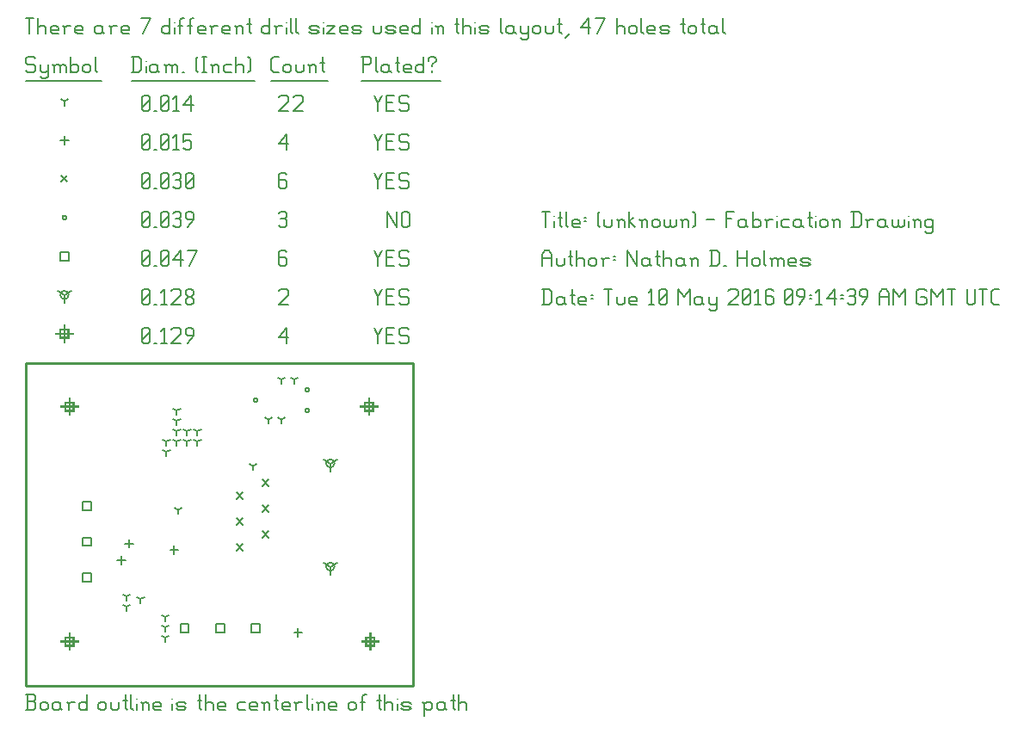
<source format=gbr>
G04 start of page 13 for group -3984 idx -3984 *
G04 Title: (unknown), fab *
G04 Creator: pcb 20140316 *
G04 CreationDate: Tue 10 May 2016 09:14:39 AM GMT UTC *
G04 For: ndholmes *
G04 Format: Gerber/RS-274X *
G04 PCB-Dimensions (mil): 1500.00 1250.00 *
G04 PCB-Coordinate-Origin: lower left *
%MOIN*%
%FSLAX25Y25*%
%LNFAB*%
%ADD98C,0.0100*%
%ADD97C,0.0075*%
%ADD96C,0.0060*%
%ADD95R,0.0080X0.0080*%
G54D95*X133000Y111200D02*Y104800D01*
X129800Y108000D02*X136200D01*
X131400Y109600D02*X134600D01*
X131400D02*Y106400D01*
X134600D01*
Y109600D02*Y106400D01*
X133500Y20200D02*Y13800D01*
X130300Y17000D02*X136700D01*
X131900Y18600D02*X135100D01*
X131900D02*Y15400D01*
X135100D01*
Y18600D02*Y15400D01*
X17000Y20200D02*Y13800D01*
X13800Y17000D02*X20200D01*
X15400Y18600D02*X18600D01*
X15400D02*Y15400D01*
X18600D01*
Y18600D02*Y15400D01*
X17000Y111200D02*Y104800D01*
X13800Y108000D02*X20200D01*
X15400Y109600D02*X18600D01*
X15400D02*Y106400D01*
X18600D01*
Y109600D02*Y106400D01*
X15000Y139450D02*Y133050D01*
X11800Y136250D02*X18200D01*
X13400Y137850D02*X16600D01*
X13400D02*Y134650D01*
X16600D01*
Y137850D02*Y134650D01*
G54D96*X135000Y138500D02*X136500Y135500D01*
X138000Y138500D01*
X136500Y135500D02*Y132500D01*
X139800Y135800D02*X142050D01*
X139800Y132500D02*X142800D01*
X139800Y138500D02*Y132500D01*
Y138500D02*X142800D01*
X147600D02*X148350Y137750D01*
X145350Y138500D02*X147600D01*
X144600Y137750D02*X145350Y138500D01*
X144600Y137750D02*Y136250D01*
X145350Y135500D01*
X147600D01*
X148350Y134750D01*
Y133250D01*
X147600Y132500D02*X148350Y133250D01*
X145350Y132500D02*X147600D01*
X144600Y133250D02*X145350Y132500D01*
X98000Y134750D02*X101000Y138500D01*
X98000Y134750D02*X101750D01*
X101000Y138500D02*Y132500D01*
X45000Y133250D02*X45750Y132500D01*
X45000Y137750D02*Y133250D01*
Y137750D02*X45750Y138500D01*
X47250D01*
X48000Y137750D01*
Y133250D01*
X47250Y132500D02*X48000Y133250D01*
X45750Y132500D02*X47250D01*
X45000Y134000D02*X48000Y137000D01*
X49800Y132500D02*X50550D01*
X52350Y137300D02*X53550Y138500D01*
Y132500D01*
X52350D02*X54600D01*
X56400Y137750D02*X57150Y138500D01*
X59400D01*
X60150Y137750D01*
Y136250D01*
X56400Y132500D02*X60150Y136250D01*
X56400Y132500D02*X60150D01*
X62700D02*X64950Y135500D01*
Y137750D02*Y135500D01*
X64200Y138500D02*X64950Y137750D01*
X62700Y138500D02*X64200D01*
X61950Y137750D02*X62700Y138500D01*
X61950Y137750D02*Y136250D01*
X62700Y135500D01*
X64950D01*
X118000Y46000D02*Y42800D01*
Y46000D02*X120773Y47600D01*
X118000Y46000D02*X115227Y47600D01*
X116400Y46000D02*G75*G03X119600Y46000I1600J0D01*G01*
G75*G03X116400Y46000I-1600J0D01*G01*
X118000Y86000D02*Y82800D01*
Y86000D02*X120773Y87600D01*
X118000Y86000D02*X115227Y87600D01*
X116400Y86000D02*G75*G03X119600Y86000I1600J0D01*G01*
G75*G03X116400Y86000I-1600J0D01*G01*
X15000Y151250D02*Y148050D01*
Y151250D02*X17773Y152850D01*
X15000Y151250D02*X12227Y152850D01*
X13400Y151250D02*G75*G03X16600Y151250I1600J0D01*G01*
G75*G03X13400Y151250I-1600J0D01*G01*
X135000Y153500D02*X136500Y150500D01*
X138000Y153500D01*
X136500Y150500D02*Y147500D01*
X139800Y150800D02*X142050D01*
X139800Y147500D02*X142800D01*
X139800Y153500D02*Y147500D01*
Y153500D02*X142800D01*
X147600D02*X148350Y152750D01*
X145350Y153500D02*X147600D01*
X144600Y152750D02*X145350Y153500D01*
X144600Y152750D02*Y151250D01*
X145350Y150500D01*
X147600D01*
X148350Y149750D01*
Y148250D01*
X147600Y147500D02*X148350Y148250D01*
X145350Y147500D02*X147600D01*
X144600Y148250D02*X145350Y147500D01*
X98000Y152750D02*X98750Y153500D01*
X101000D01*
X101750Y152750D01*
Y151250D01*
X98000Y147500D02*X101750Y151250D01*
X98000Y147500D02*X101750D01*
X45000Y148250D02*X45750Y147500D01*
X45000Y152750D02*Y148250D01*
Y152750D02*X45750Y153500D01*
X47250D01*
X48000Y152750D01*
Y148250D01*
X47250Y147500D02*X48000Y148250D01*
X45750Y147500D02*X47250D01*
X45000Y149000D02*X48000Y152000D01*
X49800Y147500D02*X50550D01*
X52350Y152300D02*X53550Y153500D01*
Y147500D01*
X52350D02*X54600D01*
X56400Y152750D02*X57150Y153500D01*
X59400D01*
X60150Y152750D01*
Y151250D01*
X56400Y147500D02*X60150Y151250D01*
X56400Y147500D02*X60150D01*
X61950Y148250D02*X62700Y147500D01*
X61950Y149450D02*Y148250D01*
Y149450D02*X63000Y150500D01*
X63900D01*
X64950Y149450D01*
Y148250D01*
X64200Y147500D02*X64950Y148250D01*
X62700Y147500D02*X64200D01*
X61950Y151550D02*X63000Y150500D01*
X61950Y152750D02*Y151550D01*
Y152750D02*X62700Y153500D01*
X64200D01*
X64950Y152750D01*
Y151550D01*
X63900Y150500D02*X64950Y151550D01*
X22073Y71045D02*X25273D01*
X22073D02*Y67845D01*
X25273D01*
Y71045D02*Y67845D01*
X22073Y57265D02*X25273D01*
X22073D02*Y54065D01*
X25273D01*
Y57265D02*Y54065D01*
X22073Y43486D02*X25273D01*
X22073D02*Y40286D01*
X25273D01*
Y43486D02*Y40286D01*
X59955Y23773D02*X63155D01*
X59955D02*Y20573D01*
X63155D01*
Y23773D02*Y20573D01*
X73735Y23773D02*X76935D01*
X73735D02*Y20573D01*
X76935D01*
Y23773D02*Y20573D01*
X87514Y23773D02*X90714D01*
X87514D02*Y20573D01*
X90714D01*
Y23773D02*Y20573D01*
X13400Y167850D02*X16600D01*
X13400D02*Y164650D01*
X16600D01*
Y167850D02*Y164650D01*
X135000Y168500D02*X136500Y165500D01*
X138000Y168500D01*
X136500Y165500D02*Y162500D01*
X139800Y165800D02*X142050D01*
X139800Y162500D02*X142800D01*
X139800Y168500D02*Y162500D01*
Y168500D02*X142800D01*
X147600D02*X148350Y167750D01*
X145350Y168500D02*X147600D01*
X144600Y167750D02*X145350Y168500D01*
X144600Y167750D02*Y166250D01*
X145350Y165500D01*
X147600D01*
X148350Y164750D01*
Y163250D01*
X147600Y162500D02*X148350Y163250D01*
X145350Y162500D02*X147600D01*
X144600Y163250D02*X145350Y162500D01*
X100250Y168500D02*X101000Y167750D01*
X98750Y168500D02*X100250D01*
X98000Y167750D02*X98750Y168500D01*
X98000Y167750D02*Y163250D01*
X98750Y162500D01*
X100250Y165800D02*X101000Y165050D01*
X98000Y165800D02*X100250D01*
X98750Y162500D02*X100250D01*
X101000Y163250D01*
Y165050D02*Y163250D01*
X45000D02*X45750Y162500D01*
X45000Y167750D02*Y163250D01*
Y167750D02*X45750Y168500D01*
X47250D01*
X48000Y167750D01*
Y163250D01*
X47250Y162500D02*X48000Y163250D01*
X45750Y162500D02*X47250D01*
X45000Y164000D02*X48000Y167000D01*
X49800Y162500D02*X50550D01*
X52350Y163250D02*X53100Y162500D01*
X52350Y167750D02*Y163250D01*
Y167750D02*X53100Y168500D01*
X54600D01*
X55350Y167750D01*
Y163250D01*
X54600Y162500D02*X55350Y163250D01*
X53100Y162500D02*X54600D01*
X52350Y164000D02*X55350Y167000D01*
X57150Y164750D02*X60150Y168500D01*
X57150Y164750D02*X60900D01*
X60150Y168500D02*Y162500D01*
X63450D02*X66450Y168500D01*
X62700D02*X66450D01*
X88200Y110500D02*G75*G03X89800Y110500I800J0D01*G01*
G75*G03X88200Y110500I-800J0D01*G01*
X108200Y114500D02*G75*G03X109800Y114500I800J0D01*G01*
G75*G03X108200Y114500I-800J0D01*G01*
Y106500D02*G75*G03X109800Y106500I800J0D01*G01*
G75*G03X108200Y106500I-800J0D01*G01*
X14200Y181250D02*G75*G03X15800Y181250I800J0D01*G01*
G75*G03X14200Y181250I-800J0D01*G01*
X140000Y183500D02*Y177500D01*
Y183500D02*X143750Y177500D01*
Y183500D02*Y177500D01*
X145550Y182750D02*Y178250D01*
Y182750D02*X146300Y183500D01*
X147800D01*
X148550Y182750D01*
Y178250D01*
X147800Y177500D02*X148550Y178250D01*
X146300Y177500D02*X147800D01*
X145550Y178250D02*X146300Y177500D01*
X98000Y182750D02*X98750Y183500D01*
X100250D01*
X101000Y182750D01*
X100250Y177500D02*X101000Y178250D01*
X98750Y177500D02*X100250D01*
X98000Y178250D02*X98750Y177500D01*
Y180800D02*X100250D01*
X101000Y182750D02*Y181550D01*
Y180050D02*Y178250D01*
Y180050D02*X100250Y180800D01*
X101000Y181550D02*X100250Y180800D01*
X45000Y178250D02*X45750Y177500D01*
X45000Y182750D02*Y178250D01*
Y182750D02*X45750Y183500D01*
X47250D01*
X48000Y182750D01*
Y178250D01*
X47250Y177500D02*X48000Y178250D01*
X45750Y177500D02*X47250D01*
X45000Y179000D02*X48000Y182000D01*
X49800Y177500D02*X50550D01*
X52350Y178250D02*X53100Y177500D01*
X52350Y182750D02*Y178250D01*
Y182750D02*X53100Y183500D01*
X54600D01*
X55350Y182750D01*
Y178250D01*
X54600Y177500D02*X55350Y178250D01*
X53100Y177500D02*X54600D01*
X52350Y179000D02*X55350Y182000D01*
X57150Y182750D02*X57900Y183500D01*
X59400D01*
X60150Y182750D01*
X59400Y177500D02*X60150Y178250D01*
X57900Y177500D02*X59400D01*
X57150Y178250D02*X57900Y177500D01*
Y180800D02*X59400D01*
X60150Y182750D02*Y181550D01*
Y180050D02*Y178250D01*
Y180050D02*X59400Y180800D01*
X60150Y181550D02*X59400Y180800D01*
X62700Y177500D02*X64950Y180500D01*
Y182750D02*Y180500D01*
X64200Y183500D02*X64950Y182750D01*
X62700Y183500D02*X64200D01*
X61950Y182750D02*X62700Y183500D01*
X61950Y182750D02*Y181250D01*
X62700Y180500D01*
X64950D01*
X81800Y54700D02*X84200Y52300D01*
X81800D02*X84200Y54700D01*
X91800Y59700D02*X94200Y57300D01*
X91800D02*X94200Y59700D01*
X81800Y64700D02*X84200Y62300D01*
X81800D02*X84200Y64700D01*
X91800Y69700D02*X94200Y67300D01*
X91800D02*X94200Y69700D01*
X81800Y74700D02*X84200Y72300D01*
X81800D02*X84200Y74700D01*
X91800Y79700D02*X94200Y77300D01*
X91800D02*X94200Y79700D01*
X13800Y197450D02*X16200Y195050D01*
X13800D02*X16200Y197450D01*
X135000Y198500D02*X136500Y195500D01*
X138000Y198500D01*
X136500Y195500D02*Y192500D01*
X139800Y195800D02*X142050D01*
X139800Y192500D02*X142800D01*
X139800Y198500D02*Y192500D01*
Y198500D02*X142800D01*
X147600D02*X148350Y197750D01*
X145350Y198500D02*X147600D01*
X144600Y197750D02*X145350Y198500D01*
X144600Y197750D02*Y196250D01*
X145350Y195500D01*
X147600D01*
X148350Y194750D01*
Y193250D01*
X147600Y192500D02*X148350Y193250D01*
X145350Y192500D02*X147600D01*
X144600Y193250D02*X145350Y192500D01*
X100250Y198500D02*X101000Y197750D01*
X98750Y198500D02*X100250D01*
X98000Y197750D02*X98750Y198500D01*
X98000Y197750D02*Y193250D01*
X98750Y192500D01*
X100250Y195800D02*X101000Y195050D01*
X98000Y195800D02*X100250D01*
X98750Y192500D02*X100250D01*
X101000Y193250D01*
Y195050D02*Y193250D01*
X45000D02*X45750Y192500D01*
X45000Y197750D02*Y193250D01*
Y197750D02*X45750Y198500D01*
X47250D01*
X48000Y197750D01*
Y193250D01*
X47250Y192500D02*X48000Y193250D01*
X45750Y192500D02*X47250D01*
X45000Y194000D02*X48000Y197000D01*
X49800Y192500D02*X50550D01*
X52350Y193250D02*X53100Y192500D01*
X52350Y197750D02*Y193250D01*
Y197750D02*X53100Y198500D01*
X54600D01*
X55350Y197750D01*
Y193250D01*
X54600Y192500D02*X55350Y193250D01*
X53100Y192500D02*X54600D01*
X52350Y194000D02*X55350Y197000D01*
X57150Y197750D02*X57900Y198500D01*
X59400D01*
X60150Y197750D01*
X59400Y192500D02*X60150Y193250D01*
X57900Y192500D02*X59400D01*
X57150Y193250D02*X57900Y192500D01*
Y195800D02*X59400D01*
X60150Y197750D02*Y196550D01*
Y195050D02*Y193250D01*
Y195050D02*X59400Y195800D01*
X60150Y196550D02*X59400Y195800D01*
X61950Y193250D02*X62700Y192500D01*
X61950Y197750D02*Y193250D01*
Y197750D02*X62700Y198500D01*
X64200D01*
X64950Y197750D01*
Y193250D01*
X64200Y192500D02*X64950Y193250D01*
X62700Y192500D02*X64200D01*
X61950Y194000D02*X64950Y197000D01*
X37000Y50100D02*Y46900D01*
X35400Y48500D02*X38600D01*
X40000Y56600D02*Y53400D01*
X38400Y55000D02*X41600D01*
X57500Y54100D02*Y50900D01*
X55900Y52500D02*X59100D01*
X105500Y22100D02*Y18900D01*
X103900Y20500D02*X107100D01*
X15000Y212850D02*Y209650D01*
X13400Y211250D02*X16600D01*
X135000Y213500D02*X136500Y210500D01*
X138000Y213500D01*
X136500Y210500D02*Y207500D01*
X139800Y210800D02*X142050D01*
X139800Y207500D02*X142800D01*
X139800Y213500D02*Y207500D01*
Y213500D02*X142800D01*
X147600D02*X148350Y212750D01*
X145350Y213500D02*X147600D01*
X144600Y212750D02*X145350Y213500D01*
X144600Y212750D02*Y211250D01*
X145350Y210500D01*
X147600D01*
X148350Y209750D01*
Y208250D01*
X147600Y207500D02*X148350Y208250D01*
X145350Y207500D02*X147600D01*
X144600Y208250D02*X145350Y207500D01*
X98000Y209750D02*X101000Y213500D01*
X98000Y209750D02*X101750D01*
X101000Y213500D02*Y207500D01*
X45000Y208250D02*X45750Y207500D01*
X45000Y212750D02*Y208250D01*
Y212750D02*X45750Y213500D01*
X47250D01*
X48000Y212750D01*
Y208250D01*
X47250Y207500D02*X48000Y208250D01*
X45750Y207500D02*X47250D01*
X45000Y209000D02*X48000Y212000D01*
X49800Y207500D02*X50550D01*
X52350Y208250D02*X53100Y207500D01*
X52350Y212750D02*Y208250D01*
Y212750D02*X53100Y213500D01*
X54600D01*
X55350Y212750D01*
Y208250D01*
X54600Y207500D02*X55350Y208250D01*
X53100Y207500D02*X54600D01*
X52350Y209000D02*X55350Y212000D01*
X57150Y212300D02*X58350Y213500D01*
Y207500D01*
X57150D02*X59400D01*
X61200Y213500D02*X64200D01*
X61200D02*Y210500D01*
X61950Y211250D01*
X63450D01*
X64200Y210500D01*
Y208250D01*
X63450Y207500D02*X64200Y208250D01*
X61950Y207500D02*X63450D01*
X61200Y208250D02*X61950Y207500D01*
X104000Y118500D02*Y116900D01*
Y118500D02*X105387Y119300D01*
X104000Y118500D02*X102613Y119300D01*
X54000Y18500D02*Y16900D01*
Y18500D02*X55387Y19300D01*
X54000Y18500D02*X52613Y19300D01*
X99000Y103000D02*Y101400D01*
Y103000D02*X100387Y103800D01*
X99000Y103000D02*X97613Y103800D01*
X58500Y106500D02*Y104900D01*
Y106500D02*X59887Y107300D01*
X58500Y106500D02*X57113Y107300D01*
X58500Y102500D02*Y100900D01*
Y102500D02*X59887Y103300D01*
X58500Y102500D02*X57113Y103300D01*
X58500Y98500D02*Y96900D01*
Y98500D02*X59887Y99300D01*
X58500Y98500D02*X57113Y99300D01*
X62500Y98500D02*Y96900D01*
Y98500D02*X63887Y99300D01*
X62500Y98500D02*X61113Y99300D01*
X66500Y98500D02*Y96900D01*
Y98500D02*X67887Y99300D01*
X66500Y98500D02*X65113Y99300D01*
X66500Y94500D02*Y92900D01*
Y94500D02*X67887Y95300D01*
X66500Y94500D02*X65113Y95300D01*
X62500Y94500D02*Y92900D01*
Y94500D02*X63887Y95300D01*
X62500Y94500D02*X61113Y95300D01*
X58500Y94500D02*Y92900D01*
Y94500D02*X59887Y95300D01*
X58500Y94500D02*X57113Y95300D01*
X54500Y94500D02*Y92900D01*
Y94500D02*X55887Y95300D01*
X54500Y94500D02*X53113Y95300D01*
X54500Y90500D02*Y88900D01*
Y90500D02*X55887Y91300D01*
X54500Y90500D02*X53113Y91300D01*
X94000Y103000D02*Y101400D01*
Y103000D02*X95387Y103800D01*
X94000Y103000D02*X92613Y103800D01*
X99000Y118500D02*Y116900D01*
Y118500D02*X100387Y119300D01*
X99000Y118500D02*X97613Y119300D01*
X88000Y85000D02*Y83400D01*
Y85000D02*X89387Y85800D01*
X88000Y85000D02*X86613Y85800D01*
X39000Y34500D02*Y32900D01*
Y34500D02*X40387Y35300D01*
X39000Y34500D02*X37613Y35300D01*
X54000Y22500D02*Y20900D01*
Y22500D02*X55387Y23300D01*
X54000Y22500D02*X52613Y23300D01*
X54000Y26500D02*Y24900D01*
Y26500D02*X55387Y27300D01*
X54000Y26500D02*X52613Y27300D01*
X44500Y33500D02*Y31900D01*
Y33500D02*X45887Y34300D01*
X44500Y33500D02*X43113Y34300D01*
X59000Y68000D02*Y66400D01*
Y68000D02*X60387Y68800D01*
X59000Y68000D02*X57613Y68800D01*
X39000Y30500D02*Y28900D01*
Y30500D02*X40387Y31300D01*
X39000Y30500D02*X37613Y31300D01*
X15000Y226250D02*Y224650D01*
Y226250D02*X16387Y227050D01*
X15000Y226250D02*X13613Y227050D01*
X135000Y228500D02*X136500Y225500D01*
X138000Y228500D01*
X136500Y225500D02*Y222500D01*
X139800Y225800D02*X142050D01*
X139800Y222500D02*X142800D01*
X139800Y228500D02*Y222500D01*
Y228500D02*X142800D01*
X147600D02*X148350Y227750D01*
X145350Y228500D02*X147600D01*
X144600Y227750D02*X145350Y228500D01*
X144600Y227750D02*Y226250D01*
X145350Y225500D01*
X147600D01*
X148350Y224750D01*
Y223250D01*
X147600Y222500D02*X148350Y223250D01*
X145350Y222500D02*X147600D01*
X144600Y223250D02*X145350Y222500D01*
X98000Y227750D02*X98750Y228500D01*
X101000D01*
X101750Y227750D01*
Y226250D01*
X98000Y222500D02*X101750Y226250D01*
X98000Y222500D02*X101750D01*
X103550Y227750D02*X104300Y228500D01*
X106550D01*
X107300Y227750D01*
Y226250D01*
X103550Y222500D02*X107300Y226250D01*
X103550Y222500D02*X107300D01*
X45000Y223250D02*X45750Y222500D01*
X45000Y227750D02*Y223250D01*
Y227750D02*X45750Y228500D01*
X47250D01*
X48000Y227750D01*
Y223250D01*
X47250Y222500D02*X48000Y223250D01*
X45750Y222500D02*X47250D01*
X45000Y224000D02*X48000Y227000D01*
X49800Y222500D02*X50550D01*
X52350Y223250D02*X53100Y222500D01*
X52350Y227750D02*Y223250D01*
Y227750D02*X53100Y228500D01*
X54600D01*
X55350Y227750D01*
Y223250D01*
X54600Y222500D02*X55350Y223250D01*
X53100Y222500D02*X54600D01*
X52350Y224000D02*X55350Y227000D01*
X57150Y227300D02*X58350Y228500D01*
Y222500D01*
X57150D02*X59400D01*
X61200Y224750D02*X64200Y228500D01*
X61200Y224750D02*X64950D01*
X64200Y228500D02*Y222500D01*
X3000Y243500D02*X3750Y242750D01*
X750Y243500D02*X3000D01*
X0Y242750D02*X750Y243500D01*
X0Y242750D02*Y241250D01*
X750Y240500D01*
X3000D01*
X3750Y239750D01*
Y238250D01*
X3000Y237500D02*X3750Y238250D01*
X750Y237500D02*X3000D01*
X0Y238250D02*X750Y237500D01*
X5550Y240500D02*Y238250D01*
X6300Y237500D01*
X8550Y240500D02*Y236000D01*
X7800Y235250D02*X8550Y236000D01*
X6300Y235250D02*X7800D01*
X5550Y236000D02*X6300Y235250D01*
Y237500D02*X7800D01*
X8550Y238250D01*
X11100Y239750D02*Y237500D01*
Y239750D02*X11850Y240500D01*
X12600D01*
X13350Y239750D01*
Y237500D01*
Y239750D02*X14100Y240500D01*
X14850D01*
X15600Y239750D01*
Y237500D01*
X10350Y240500D02*X11100Y239750D01*
X17400Y243500D02*Y237500D01*
Y238250D02*X18150Y237500D01*
X19650D01*
X20400Y238250D01*
Y239750D02*Y238250D01*
X19650Y240500D02*X20400Y239750D01*
X18150Y240500D02*X19650D01*
X17400Y239750D02*X18150Y240500D01*
X22200Y239750D02*Y238250D01*
Y239750D02*X22950Y240500D01*
X24450D01*
X25200Y239750D01*
Y238250D01*
X24450Y237500D02*X25200Y238250D01*
X22950Y237500D02*X24450D01*
X22200Y238250D02*X22950Y237500D01*
X27000Y243500D02*Y238250D01*
X27750Y237500D01*
X0Y234250D02*X29250D01*
X41750Y243500D02*Y237500D01*
X43700Y243500D02*X44750Y242450D01*
Y238550D01*
X43700Y237500D02*X44750Y238550D01*
X41000Y237500D02*X43700D01*
X41000Y243500D02*X43700D01*
G54D97*X46550Y242000D02*Y241850D01*
G54D96*Y239750D02*Y237500D01*
X50300Y240500D02*X51050Y239750D01*
X48800Y240500D02*X50300D01*
X48050Y239750D02*X48800Y240500D01*
X48050Y239750D02*Y238250D01*
X48800Y237500D01*
X51050Y240500D02*Y238250D01*
X51800Y237500D01*
X48800D02*X50300D01*
X51050Y238250D01*
X54350Y239750D02*Y237500D01*
Y239750D02*X55100Y240500D01*
X55850D01*
X56600Y239750D01*
Y237500D01*
Y239750D02*X57350Y240500D01*
X58100D01*
X58850Y239750D01*
Y237500D01*
X53600Y240500D02*X54350Y239750D01*
X60650Y237500D02*X61400D01*
X65900Y238250D02*X66650Y237500D01*
X65900Y242750D02*X66650Y243500D01*
X65900Y242750D02*Y238250D01*
X68450Y243500D02*X69950D01*
X69200D02*Y237500D01*
X68450D02*X69950D01*
X72500Y239750D02*Y237500D01*
Y239750D02*X73250Y240500D01*
X74000D01*
X74750Y239750D01*
Y237500D01*
X71750Y240500D02*X72500Y239750D01*
X77300Y240500D02*X79550D01*
X76550Y239750D02*X77300Y240500D01*
X76550Y239750D02*Y238250D01*
X77300Y237500D01*
X79550D01*
X81350Y243500D02*Y237500D01*
Y239750D02*X82100Y240500D01*
X83600D01*
X84350Y239750D01*
Y237500D01*
X86150Y243500D02*X86900Y242750D01*
Y238250D01*
X86150Y237500D02*X86900Y238250D01*
X41000Y234250D02*X88700D01*
X96050Y237500D02*X98000D01*
X95000Y238550D02*X96050Y237500D01*
X95000Y242450D02*Y238550D01*
Y242450D02*X96050Y243500D01*
X98000D01*
X99800Y239750D02*Y238250D01*
Y239750D02*X100550Y240500D01*
X102050D01*
X102800Y239750D01*
Y238250D01*
X102050Y237500D02*X102800Y238250D01*
X100550Y237500D02*X102050D01*
X99800Y238250D02*X100550Y237500D01*
X104600Y240500D02*Y238250D01*
X105350Y237500D01*
X106850D01*
X107600Y238250D01*
Y240500D02*Y238250D01*
X110150Y239750D02*Y237500D01*
Y239750D02*X110900Y240500D01*
X111650D01*
X112400Y239750D01*
Y237500D01*
X109400Y240500D02*X110150Y239750D01*
X114950Y243500D02*Y238250D01*
X115700Y237500D01*
X114200Y241250D02*X115700D01*
X95000Y234250D02*X117200D01*
X130750Y243500D02*Y237500D01*
X130000Y243500D02*X133000D01*
X133750Y242750D01*
Y241250D01*
X133000Y240500D02*X133750Y241250D01*
X130750Y240500D02*X133000D01*
X135550Y243500D02*Y238250D01*
X136300Y237500D01*
X140050Y240500D02*X140800Y239750D01*
X138550Y240500D02*X140050D01*
X137800Y239750D02*X138550Y240500D01*
X137800Y239750D02*Y238250D01*
X138550Y237500D01*
X140800Y240500D02*Y238250D01*
X141550Y237500D01*
X138550D02*X140050D01*
X140800Y238250D01*
X144100Y243500D02*Y238250D01*
X144850Y237500D01*
X143350Y241250D02*X144850D01*
X147100Y237500D02*X149350D01*
X146350Y238250D02*X147100Y237500D01*
X146350Y239750D02*Y238250D01*
Y239750D02*X147100Y240500D01*
X148600D01*
X149350Y239750D01*
X146350Y239000D02*X149350D01*
Y239750D02*Y239000D01*
X154150Y243500D02*Y237500D01*
X153400D02*X154150Y238250D01*
X151900Y237500D02*X153400D01*
X151150Y238250D02*X151900Y237500D01*
X151150Y239750D02*Y238250D01*
Y239750D02*X151900Y240500D01*
X153400D01*
X154150Y239750D01*
X157450Y240500D02*Y239750D01*
Y238250D02*Y237500D01*
X155950Y242750D02*Y242000D01*
Y242750D02*X156700Y243500D01*
X158200D01*
X158950Y242750D01*
Y242000D01*
X157450Y240500D02*X158950Y242000D01*
X130000Y234250D02*X160750D01*
X0Y258500D02*X3000D01*
X1500D02*Y252500D01*
X4800Y258500D02*Y252500D01*
Y254750D02*X5550Y255500D01*
X7050D01*
X7800Y254750D01*
Y252500D01*
X10350D02*X12600D01*
X9600Y253250D02*X10350Y252500D01*
X9600Y254750D02*Y253250D01*
Y254750D02*X10350Y255500D01*
X11850D01*
X12600Y254750D01*
X9600Y254000D02*X12600D01*
Y254750D02*Y254000D01*
X15150Y254750D02*Y252500D01*
Y254750D02*X15900Y255500D01*
X17400D01*
X14400D02*X15150Y254750D01*
X19950Y252500D02*X22200D01*
X19200Y253250D02*X19950Y252500D01*
X19200Y254750D02*Y253250D01*
Y254750D02*X19950Y255500D01*
X21450D01*
X22200Y254750D01*
X19200Y254000D02*X22200D01*
Y254750D02*Y254000D01*
X28950Y255500D02*X29700Y254750D01*
X27450Y255500D02*X28950D01*
X26700Y254750D02*X27450Y255500D01*
X26700Y254750D02*Y253250D01*
X27450Y252500D01*
X29700Y255500D02*Y253250D01*
X30450Y252500D01*
X27450D02*X28950D01*
X29700Y253250D01*
X33000Y254750D02*Y252500D01*
Y254750D02*X33750Y255500D01*
X35250D01*
X32250D02*X33000Y254750D01*
X37800Y252500D02*X40050D01*
X37050Y253250D02*X37800Y252500D01*
X37050Y254750D02*Y253250D01*
Y254750D02*X37800Y255500D01*
X39300D01*
X40050Y254750D01*
X37050Y254000D02*X40050D01*
Y254750D02*Y254000D01*
X45300Y252500D02*X48300Y258500D01*
X44550D02*X48300D01*
X55800D02*Y252500D01*
X55050D02*X55800Y253250D01*
X53550Y252500D02*X55050D01*
X52800Y253250D02*X53550Y252500D01*
X52800Y254750D02*Y253250D01*
Y254750D02*X53550Y255500D01*
X55050D01*
X55800Y254750D01*
G54D97*X57600Y257000D02*Y256850D01*
G54D96*Y254750D02*Y252500D01*
X59850Y257750D02*Y252500D01*
Y257750D02*X60600Y258500D01*
X61350D01*
X59100Y255500D02*X60600D01*
X63600Y257750D02*Y252500D01*
Y257750D02*X64350Y258500D01*
X65100D01*
X62850Y255500D02*X64350D01*
X67350Y252500D02*X69600D01*
X66600Y253250D02*X67350Y252500D01*
X66600Y254750D02*Y253250D01*
Y254750D02*X67350Y255500D01*
X68850D01*
X69600Y254750D01*
X66600Y254000D02*X69600D01*
Y254750D02*Y254000D01*
X72150Y254750D02*Y252500D01*
Y254750D02*X72900Y255500D01*
X74400D01*
X71400D02*X72150Y254750D01*
X76950Y252500D02*X79200D01*
X76200Y253250D02*X76950Y252500D01*
X76200Y254750D02*Y253250D01*
Y254750D02*X76950Y255500D01*
X78450D01*
X79200Y254750D01*
X76200Y254000D02*X79200D01*
Y254750D02*Y254000D01*
X81750Y254750D02*Y252500D01*
Y254750D02*X82500Y255500D01*
X83250D01*
X84000Y254750D01*
Y252500D01*
X81000Y255500D02*X81750Y254750D01*
X86550Y258500D02*Y253250D01*
X87300Y252500D01*
X85800Y256250D02*X87300D01*
X94500Y258500D02*Y252500D01*
X93750D02*X94500Y253250D01*
X92250Y252500D02*X93750D01*
X91500Y253250D02*X92250Y252500D01*
X91500Y254750D02*Y253250D01*
Y254750D02*X92250Y255500D01*
X93750D01*
X94500Y254750D01*
X97050D02*Y252500D01*
Y254750D02*X97800Y255500D01*
X99300D01*
X96300D02*X97050Y254750D01*
G54D97*X101100Y257000D02*Y256850D01*
G54D96*Y254750D02*Y252500D01*
X102600Y258500D02*Y253250D01*
X103350Y252500D01*
X104850Y258500D02*Y253250D01*
X105600Y252500D01*
X110550D02*X112800D01*
X113550Y253250D01*
X112800Y254000D02*X113550Y253250D01*
X110550Y254000D02*X112800D01*
X109800Y254750D02*X110550Y254000D01*
X109800Y254750D02*X110550Y255500D01*
X112800D01*
X113550Y254750D01*
X109800Y253250D02*X110550Y252500D01*
G54D97*X115350Y257000D02*Y256850D01*
G54D96*Y254750D02*Y252500D01*
X116850Y255500D02*X119850D01*
X116850Y252500D02*X119850Y255500D01*
X116850Y252500D02*X119850D01*
X122400D02*X124650D01*
X121650Y253250D02*X122400Y252500D01*
X121650Y254750D02*Y253250D01*
Y254750D02*X122400Y255500D01*
X123900D01*
X124650Y254750D01*
X121650Y254000D02*X124650D01*
Y254750D02*Y254000D01*
X127200Y252500D02*X129450D01*
X130200Y253250D01*
X129450Y254000D02*X130200Y253250D01*
X127200Y254000D02*X129450D01*
X126450Y254750D02*X127200Y254000D01*
X126450Y254750D02*X127200Y255500D01*
X129450D01*
X130200Y254750D01*
X126450Y253250D02*X127200Y252500D01*
X134700Y255500D02*Y253250D01*
X135450Y252500D01*
X136950D01*
X137700Y253250D01*
Y255500D02*Y253250D01*
X140250Y252500D02*X142500D01*
X143250Y253250D01*
X142500Y254000D02*X143250Y253250D01*
X140250Y254000D02*X142500D01*
X139500Y254750D02*X140250Y254000D01*
X139500Y254750D02*X140250Y255500D01*
X142500D01*
X143250Y254750D01*
X139500Y253250D02*X140250Y252500D01*
X145800D02*X148050D01*
X145050Y253250D02*X145800Y252500D01*
X145050Y254750D02*Y253250D01*
Y254750D02*X145800Y255500D01*
X147300D01*
X148050Y254750D01*
X145050Y254000D02*X148050D01*
Y254750D02*Y254000D01*
X152850Y258500D02*Y252500D01*
X152100D02*X152850Y253250D01*
X150600Y252500D02*X152100D01*
X149850Y253250D02*X150600Y252500D01*
X149850Y254750D02*Y253250D01*
Y254750D02*X150600Y255500D01*
X152100D01*
X152850Y254750D01*
G54D97*X157350Y257000D02*Y256850D01*
G54D96*Y254750D02*Y252500D01*
X159600Y254750D02*Y252500D01*
Y254750D02*X160350Y255500D01*
X161100D01*
X161850Y254750D01*
Y252500D01*
X158850Y255500D02*X159600Y254750D01*
X167100Y258500D02*Y253250D01*
X167850Y252500D01*
X166350Y256250D02*X167850D01*
X169350Y258500D02*Y252500D01*
Y254750D02*X170100Y255500D01*
X171600D01*
X172350Y254750D01*
Y252500D01*
G54D97*X174150Y257000D02*Y256850D01*
G54D96*Y254750D02*Y252500D01*
X176400D02*X178650D01*
X179400Y253250D01*
X178650Y254000D02*X179400Y253250D01*
X176400Y254000D02*X178650D01*
X175650Y254750D02*X176400Y254000D01*
X175650Y254750D02*X176400Y255500D01*
X178650D01*
X179400Y254750D01*
X175650Y253250D02*X176400Y252500D01*
X183900Y258500D02*Y253250D01*
X184650Y252500D01*
X188400Y255500D02*X189150Y254750D01*
X186900Y255500D02*X188400D01*
X186150Y254750D02*X186900Y255500D01*
X186150Y254750D02*Y253250D01*
X186900Y252500D01*
X189150Y255500D02*Y253250D01*
X189900Y252500D01*
X186900D02*X188400D01*
X189150Y253250D01*
X191700Y255500D02*Y253250D01*
X192450Y252500D01*
X194700Y255500D02*Y251000D01*
X193950Y250250D02*X194700Y251000D01*
X192450Y250250D02*X193950D01*
X191700Y251000D02*X192450Y250250D01*
Y252500D02*X193950D01*
X194700Y253250D01*
X196500Y254750D02*Y253250D01*
Y254750D02*X197250Y255500D01*
X198750D01*
X199500Y254750D01*
Y253250D01*
X198750Y252500D02*X199500Y253250D01*
X197250Y252500D02*X198750D01*
X196500Y253250D02*X197250Y252500D01*
X201300Y255500D02*Y253250D01*
X202050Y252500D01*
X203550D01*
X204300Y253250D01*
Y255500D02*Y253250D01*
X206850Y258500D02*Y253250D01*
X207600Y252500D01*
X206100Y256250D02*X207600D01*
X209100Y251000D02*X210600Y252500D01*
X215100Y254750D02*X218100Y258500D01*
X215100Y254750D02*X218850D01*
X218100Y258500D02*Y252500D01*
X221400D02*X224400Y258500D01*
X220650D02*X224400D01*
X228900D02*Y252500D01*
Y254750D02*X229650Y255500D01*
X231150D01*
X231900Y254750D01*
Y252500D01*
X233700Y254750D02*Y253250D01*
Y254750D02*X234450Y255500D01*
X235950D01*
X236700Y254750D01*
Y253250D01*
X235950Y252500D02*X236700Y253250D01*
X234450Y252500D02*X235950D01*
X233700Y253250D02*X234450Y252500D01*
X238500Y258500D02*Y253250D01*
X239250Y252500D01*
X241500D02*X243750D01*
X240750Y253250D02*X241500Y252500D01*
X240750Y254750D02*Y253250D01*
Y254750D02*X241500Y255500D01*
X243000D01*
X243750Y254750D01*
X240750Y254000D02*X243750D01*
Y254750D02*Y254000D01*
X246300Y252500D02*X248550D01*
X249300Y253250D01*
X248550Y254000D02*X249300Y253250D01*
X246300Y254000D02*X248550D01*
X245550Y254750D02*X246300Y254000D01*
X245550Y254750D02*X246300Y255500D01*
X248550D01*
X249300Y254750D01*
X245550Y253250D02*X246300Y252500D01*
X254550Y258500D02*Y253250D01*
X255300Y252500D01*
X253800Y256250D02*X255300D01*
X256800Y254750D02*Y253250D01*
Y254750D02*X257550Y255500D01*
X259050D01*
X259800Y254750D01*
Y253250D01*
X259050Y252500D02*X259800Y253250D01*
X257550Y252500D02*X259050D01*
X256800Y253250D02*X257550Y252500D01*
X262350Y258500D02*Y253250D01*
X263100Y252500D01*
X261600Y256250D02*X263100D01*
X266850Y255500D02*X267600Y254750D01*
X265350Y255500D02*X266850D01*
X264600Y254750D02*X265350Y255500D01*
X264600Y254750D02*Y253250D01*
X265350Y252500D01*
X267600Y255500D02*Y253250D01*
X268350Y252500D01*
X265350D02*X266850D01*
X267600Y253250D01*
X270150Y258500D02*Y253250D01*
X270900Y252500D01*
G54D98*X0Y0D02*X150000D01*
Y125000D01*
X0D01*
Y0D01*
G54D96*Y-9500D02*X3000D01*
X3750Y-8750D01*
Y-6950D02*Y-8750D01*
X3000Y-6200D02*X3750Y-6950D01*
X750Y-6200D02*X3000D01*
X750Y-3500D02*Y-9500D01*
X0Y-3500D02*X3000D01*
X3750Y-4250D01*
Y-5450D01*
X3000Y-6200D02*X3750Y-5450D01*
X5550Y-7250D02*Y-8750D01*
Y-7250D02*X6300Y-6500D01*
X7800D01*
X8550Y-7250D01*
Y-8750D01*
X7800Y-9500D02*X8550Y-8750D01*
X6300Y-9500D02*X7800D01*
X5550Y-8750D02*X6300Y-9500D01*
X12600Y-6500D02*X13350Y-7250D01*
X11100Y-6500D02*X12600D01*
X10350Y-7250D02*X11100Y-6500D01*
X10350Y-7250D02*Y-8750D01*
X11100Y-9500D01*
X13350Y-6500D02*Y-8750D01*
X14100Y-9500D01*
X11100D02*X12600D01*
X13350Y-8750D01*
X16650Y-7250D02*Y-9500D01*
Y-7250D02*X17400Y-6500D01*
X18900D01*
X15900D02*X16650Y-7250D01*
X23700Y-3500D02*Y-9500D01*
X22950D02*X23700Y-8750D01*
X21450Y-9500D02*X22950D01*
X20700Y-8750D02*X21450Y-9500D01*
X20700Y-7250D02*Y-8750D01*
Y-7250D02*X21450Y-6500D01*
X22950D01*
X23700Y-7250D01*
X28200D02*Y-8750D01*
Y-7250D02*X28950Y-6500D01*
X30450D01*
X31200Y-7250D01*
Y-8750D01*
X30450Y-9500D02*X31200Y-8750D01*
X28950Y-9500D02*X30450D01*
X28200Y-8750D02*X28950Y-9500D01*
X33000Y-6500D02*Y-8750D01*
X33750Y-9500D01*
X35250D01*
X36000Y-8750D01*
Y-6500D02*Y-8750D01*
X38550Y-3500D02*Y-8750D01*
X39300Y-9500D01*
X37800Y-5750D02*X39300D01*
X40800Y-3500D02*Y-8750D01*
X41550Y-9500D01*
G54D97*X43050Y-5000D02*Y-5150D01*
G54D96*Y-7250D02*Y-9500D01*
X45300Y-7250D02*Y-9500D01*
Y-7250D02*X46050Y-6500D01*
X46800D01*
X47550Y-7250D01*
Y-9500D01*
X44550Y-6500D02*X45300Y-7250D01*
X50100Y-9500D02*X52350D01*
X49350Y-8750D02*X50100Y-9500D01*
X49350Y-7250D02*Y-8750D01*
Y-7250D02*X50100Y-6500D01*
X51600D01*
X52350Y-7250D01*
X49350Y-8000D02*X52350D01*
Y-7250D02*Y-8000D01*
G54D97*X56850Y-5000D02*Y-5150D01*
G54D96*Y-7250D02*Y-9500D01*
X59100D02*X61350D01*
X62100Y-8750D01*
X61350Y-8000D02*X62100Y-8750D01*
X59100Y-8000D02*X61350D01*
X58350Y-7250D02*X59100Y-8000D01*
X58350Y-7250D02*X59100Y-6500D01*
X61350D01*
X62100Y-7250D01*
X58350Y-8750D02*X59100Y-9500D01*
X67350Y-3500D02*Y-8750D01*
X68100Y-9500D01*
X66600Y-5750D02*X68100D01*
X69600Y-3500D02*Y-9500D01*
Y-7250D02*X70350Y-6500D01*
X71850D01*
X72600Y-7250D01*
Y-9500D01*
X75150D02*X77400D01*
X74400Y-8750D02*X75150Y-9500D01*
X74400Y-7250D02*Y-8750D01*
Y-7250D02*X75150Y-6500D01*
X76650D01*
X77400Y-7250D01*
X74400Y-8000D02*X77400D01*
Y-7250D02*Y-8000D01*
X82650Y-6500D02*X84900D01*
X81900Y-7250D02*X82650Y-6500D01*
X81900Y-7250D02*Y-8750D01*
X82650Y-9500D01*
X84900D01*
X87450D02*X89700D01*
X86700Y-8750D02*X87450Y-9500D01*
X86700Y-7250D02*Y-8750D01*
Y-7250D02*X87450Y-6500D01*
X88950D01*
X89700Y-7250D01*
X86700Y-8000D02*X89700D01*
Y-7250D02*Y-8000D01*
X92250Y-7250D02*Y-9500D01*
Y-7250D02*X93000Y-6500D01*
X93750D01*
X94500Y-7250D01*
Y-9500D01*
X91500Y-6500D02*X92250Y-7250D01*
X97050Y-3500D02*Y-8750D01*
X97800Y-9500D01*
X96300Y-5750D02*X97800D01*
X100050Y-9500D02*X102300D01*
X99300Y-8750D02*X100050Y-9500D01*
X99300Y-7250D02*Y-8750D01*
Y-7250D02*X100050Y-6500D01*
X101550D01*
X102300Y-7250D01*
X99300Y-8000D02*X102300D01*
Y-7250D02*Y-8000D01*
X104850Y-7250D02*Y-9500D01*
Y-7250D02*X105600Y-6500D01*
X107100D01*
X104100D02*X104850Y-7250D01*
X108900Y-3500D02*Y-8750D01*
X109650Y-9500D01*
G54D97*X111150Y-5000D02*Y-5150D01*
G54D96*Y-7250D02*Y-9500D01*
X113400Y-7250D02*Y-9500D01*
Y-7250D02*X114150Y-6500D01*
X114900D01*
X115650Y-7250D01*
Y-9500D01*
X112650Y-6500D02*X113400Y-7250D01*
X118200Y-9500D02*X120450D01*
X117450Y-8750D02*X118200Y-9500D01*
X117450Y-7250D02*Y-8750D01*
Y-7250D02*X118200Y-6500D01*
X119700D01*
X120450Y-7250D01*
X117450Y-8000D02*X120450D01*
Y-7250D02*Y-8000D01*
X124950Y-7250D02*Y-8750D01*
Y-7250D02*X125700Y-6500D01*
X127200D01*
X127950Y-7250D01*
Y-8750D01*
X127200Y-9500D02*X127950Y-8750D01*
X125700Y-9500D02*X127200D01*
X124950Y-8750D02*X125700Y-9500D01*
X130500Y-4250D02*Y-9500D01*
Y-4250D02*X131250Y-3500D01*
X132000D01*
X129750Y-6500D02*X131250D01*
X136950Y-3500D02*Y-8750D01*
X137700Y-9500D01*
X136200Y-5750D02*X137700D01*
X139200Y-3500D02*Y-9500D01*
Y-7250D02*X139950Y-6500D01*
X141450D01*
X142200Y-7250D01*
Y-9500D01*
G54D97*X144000Y-5000D02*Y-5150D01*
G54D96*Y-7250D02*Y-9500D01*
X146250D02*X148500D01*
X149250Y-8750D01*
X148500Y-8000D02*X149250Y-8750D01*
X146250Y-8000D02*X148500D01*
X145500Y-7250D02*X146250Y-8000D01*
X145500Y-7250D02*X146250Y-6500D01*
X148500D01*
X149250Y-7250D01*
X145500Y-8750D02*X146250Y-9500D01*
X154500Y-7250D02*Y-11750D01*
X153750Y-6500D02*X154500Y-7250D01*
X155250Y-6500D01*
X156750D01*
X157500Y-7250D01*
Y-8750D01*
X156750Y-9500D02*X157500Y-8750D01*
X155250Y-9500D02*X156750D01*
X154500Y-8750D02*X155250Y-9500D01*
X161550Y-6500D02*X162300Y-7250D01*
X160050Y-6500D02*X161550D01*
X159300Y-7250D02*X160050Y-6500D01*
X159300Y-7250D02*Y-8750D01*
X160050Y-9500D01*
X162300Y-6500D02*Y-8750D01*
X163050Y-9500D01*
X160050D02*X161550D01*
X162300Y-8750D01*
X165600Y-3500D02*Y-8750D01*
X166350Y-9500D01*
X164850Y-5750D02*X166350D01*
X167850Y-3500D02*Y-9500D01*
Y-7250D02*X168600Y-6500D01*
X170100D01*
X170850Y-7250D01*
Y-9500D01*
X200750Y153500D02*Y147500D01*
X202700Y153500D02*X203750Y152450D01*
Y148550D01*
X202700Y147500D02*X203750Y148550D01*
X200000Y147500D02*X202700D01*
X200000Y153500D02*X202700D01*
X207800Y150500D02*X208550Y149750D01*
X206300Y150500D02*X207800D01*
X205550Y149750D02*X206300Y150500D01*
X205550Y149750D02*Y148250D01*
X206300Y147500D01*
X208550Y150500D02*Y148250D01*
X209300Y147500D01*
X206300D02*X207800D01*
X208550Y148250D01*
X211850Y153500D02*Y148250D01*
X212600Y147500D01*
X211100Y151250D02*X212600D01*
X214850Y147500D02*X217100D01*
X214100Y148250D02*X214850Y147500D01*
X214100Y149750D02*Y148250D01*
Y149750D02*X214850Y150500D01*
X216350D01*
X217100Y149750D01*
X214100Y149000D02*X217100D01*
Y149750D02*Y149000D01*
X218900Y151250D02*X219650D01*
X218900Y149750D02*X219650D01*
X224150Y153500D02*X227150D01*
X225650D02*Y147500D01*
X228950Y150500D02*Y148250D01*
X229700Y147500D01*
X231200D01*
X231950Y148250D01*
Y150500D02*Y148250D01*
X234500Y147500D02*X236750D01*
X233750Y148250D02*X234500Y147500D01*
X233750Y149750D02*Y148250D01*
Y149750D02*X234500Y150500D01*
X236000D01*
X236750Y149750D01*
X233750Y149000D02*X236750D01*
Y149750D02*Y149000D01*
X241250Y152300D02*X242450Y153500D01*
Y147500D01*
X241250D02*X243500D01*
X245300Y148250D02*X246050Y147500D01*
X245300Y152750D02*Y148250D01*
Y152750D02*X246050Y153500D01*
X247550D01*
X248300Y152750D01*
Y148250D01*
X247550Y147500D02*X248300Y148250D01*
X246050Y147500D02*X247550D01*
X245300Y149000D02*X248300Y152000D01*
X252800Y153500D02*Y147500D01*
Y153500D02*X255050Y150500D01*
X257300Y153500D01*
Y147500D01*
X261350Y150500D02*X262100Y149750D01*
X259850Y150500D02*X261350D01*
X259100Y149750D02*X259850Y150500D01*
X259100Y149750D02*Y148250D01*
X259850Y147500D01*
X262100Y150500D02*Y148250D01*
X262850Y147500D01*
X259850D02*X261350D01*
X262100Y148250D01*
X264650Y150500D02*Y148250D01*
X265400Y147500D01*
X267650Y150500D02*Y146000D01*
X266900Y145250D02*X267650Y146000D01*
X265400Y145250D02*X266900D01*
X264650Y146000D02*X265400Y145250D01*
Y147500D02*X266900D01*
X267650Y148250D01*
X272150Y152750D02*X272900Y153500D01*
X275150D01*
X275900Y152750D01*
Y151250D01*
X272150Y147500D02*X275900Y151250D01*
X272150Y147500D02*X275900D01*
X277700Y148250D02*X278450Y147500D01*
X277700Y152750D02*Y148250D01*
Y152750D02*X278450Y153500D01*
X279950D01*
X280700Y152750D01*
Y148250D01*
X279950Y147500D02*X280700Y148250D01*
X278450Y147500D02*X279950D01*
X277700Y149000D02*X280700Y152000D01*
X282500Y152300D02*X283700Y153500D01*
Y147500D01*
X282500D02*X284750D01*
X288800Y153500D02*X289550Y152750D01*
X287300Y153500D02*X288800D01*
X286550Y152750D02*X287300Y153500D01*
X286550Y152750D02*Y148250D01*
X287300Y147500D01*
X288800Y150800D02*X289550Y150050D01*
X286550Y150800D02*X288800D01*
X287300Y147500D02*X288800D01*
X289550Y148250D01*
Y150050D02*Y148250D01*
X294050D02*X294800Y147500D01*
X294050Y152750D02*Y148250D01*
Y152750D02*X294800Y153500D01*
X296300D01*
X297050Y152750D01*
Y148250D01*
X296300Y147500D02*X297050Y148250D01*
X294800Y147500D02*X296300D01*
X294050Y149000D02*X297050Y152000D01*
X299600Y147500D02*X301850Y150500D01*
Y152750D02*Y150500D01*
X301100Y153500D02*X301850Y152750D01*
X299600Y153500D02*X301100D01*
X298850Y152750D02*X299600Y153500D01*
X298850Y152750D02*Y151250D01*
X299600Y150500D01*
X301850D01*
X303650Y151250D02*X304400D01*
X303650Y149750D02*X304400D01*
X306200Y152300D02*X307400Y153500D01*
Y147500D01*
X306200D02*X308450D01*
X310250Y149750D02*X313250Y153500D01*
X310250Y149750D02*X314000D01*
X313250Y153500D02*Y147500D01*
X315800Y151250D02*X316550D01*
X315800Y149750D02*X316550D01*
X318350Y152750D02*X319100Y153500D01*
X320600D01*
X321350Y152750D01*
X320600Y147500D02*X321350Y148250D01*
X319100Y147500D02*X320600D01*
X318350Y148250D02*X319100Y147500D01*
Y150800D02*X320600D01*
X321350Y152750D02*Y151550D01*
Y150050D02*Y148250D01*
Y150050D02*X320600Y150800D01*
X321350Y151550D02*X320600Y150800D01*
X323900Y147500D02*X326150Y150500D01*
Y152750D02*Y150500D01*
X325400Y153500D02*X326150Y152750D01*
X323900Y153500D02*X325400D01*
X323150Y152750D02*X323900Y153500D01*
X323150Y152750D02*Y151250D01*
X323900Y150500D01*
X326150D01*
X330650Y152000D02*Y147500D01*
Y152000D02*X331700Y153500D01*
X333350D01*
X334400Y152000D01*
Y147500D01*
X330650Y150500D02*X334400D01*
X336200Y153500D02*Y147500D01*
Y153500D02*X338450Y150500D01*
X340700Y153500D01*
Y147500D01*
X348200Y153500D02*X348950Y152750D01*
X345950Y153500D02*X348200D01*
X345200Y152750D02*X345950Y153500D01*
X345200Y152750D02*Y148250D01*
X345950Y147500D01*
X348200D01*
X348950Y148250D01*
Y149750D02*Y148250D01*
X348200Y150500D02*X348950Y149750D01*
X346700Y150500D02*X348200D01*
X350750Y153500D02*Y147500D01*
Y153500D02*X353000Y150500D01*
X355250Y153500D01*
Y147500D01*
X357050Y153500D02*X360050D01*
X358550D02*Y147500D01*
X364550Y153500D02*Y148250D01*
X365300Y147500D01*
X366800D01*
X367550Y148250D01*
Y153500D02*Y148250D01*
X369350Y153500D02*X372350D01*
X370850D02*Y147500D01*
X375200D02*X377150D01*
X374150Y148550D02*X375200Y147500D01*
X374150Y152450D02*Y148550D01*
Y152450D02*X375200Y153500D01*
X377150D01*
X200000Y167000D02*Y162500D01*
Y167000D02*X201050Y168500D01*
X202700D01*
X203750Y167000D01*
Y162500D01*
X200000Y165500D02*X203750D01*
X205550D02*Y163250D01*
X206300Y162500D01*
X207800D01*
X208550Y163250D01*
Y165500D02*Y163250D01*
X211100Y168500D02*Y163250D01*
X211850Y162500D01*
X210350Y166250D02*X211850D01*
X213350Y168500D02*Y162500D01*
Y164750D02*X214100Y165500D01*
X215600D01*
X216350Y164750D01*
Y162500D01*
X218150Y164750D02*Y163250D01*
Y164750D02*X218900Y165500D01*
X220400D01*
X221150Y164750D01*
Y163250D01*
X220400Y162500D02*X221150Y163250D01*
X218900Y162500D02*X220400D01*
X218150Y163250D02*X218900Y162500D01*
X223700Y164750D02*Y162500D01*
Y164750D02*X224450Y165500D01*
X225950D01*
X222950D02*X223700Y164750D01*
X227750Y166250D02*X228500D01*
X227750Y164750D02*X228500D01*
X233000Y168500D02*Y162500D01*
Y168500D02*X236750Y162500D01*
Y168500D02*Y162500D01*
X240800Y165500D02*X241550Y164750D01*
X239300Y165500D02*X240800D01*
X238550Y164750D02*X239300Y165500D01*
X238550Y164750D02*Y163250D01*
X239300Y162500D01*
X241550Y165500D02*Y163250D01*
X242300Y162500D01*
X239300D02*X240800D01*
X241550Y163250D01*
X244850Y168500D02*Y163250D01*
X245600Y162500D01*
X244100Y166250D02*X245600D01*
X247100Y168500D02*Y162500D01*
Y164750D02*X247850Y165500D01*
X249350D01*
X250100Y164750D01*
Y162500D01*
X254150Y165500D02*X254900Y164750D01*
X252650Y165500D02*X254150D01*
X251900Y164750D02*X252650Y165500D01*
X251900Y164750D02*Y163250D01*
X252650Y162500D01*
X254900Y165500D02*Y163250D01*
X255650Y162500D01*
X252650D02*X254150D01*
X254900Y163250D01*
X258200Y164750D02*Y162500D01*
Y164750D02*X258950Y165500D01*
X259700D01*
X260450Y164750D01*
Y162500D01*
X257450Y165500D02*X258200Y164750D01*
X265700Y168500D02*Y162500D01*
X267650Y168500D02*X268700Y167450D01*
Y163550D01*
X267650Y162500D02*X268700Y163550D01*
X264950Y162500D02*X267650D01*
X264950Y168500D02*X267650D01*
X270500Y162500D02*X271250D01*
X275750Y168500D02*Y162500D01*
X279500Y168500D02*Y162500D01*
X275750Y165500D02*X279500D01*
X281300Y164750D02*Y163250D01*
Y164750D02*X282050Y165500D01*
X283550D01*
X284300Y164750D01*
Y163250D01*
X283550Y162500D02*X284300Y163250D01*
X282050Y162500D02*X283550D01*
X281300Y163250D02*X282050Y162500D01*
X286100Y168500D02*Y163250D01*
X286850Y162500D01*
X289100Y164750D02*Y162500D01*
Y164750D02*X289850Y165500D01*
X290600D01*
X291350Y164750D01*
Y162500D01*
Y164750D02*X292100Y165500D01*
X292850D01*
X293600Y164750D01*
Y162500D01*
X288350Y165500D02*X289100Y164750D01*
X296150Y162500D02*X298400D01*
X295400Y163250D02*X296150Y162500D01*
X295400Y164750D02*Y163250D01*
Y164750D02*X296150Y165500D01*
X297650D01*
X298400Y164750D01*
X295400Y164000D02*X298400D01*
Y164750D02*Y164000D01*
X300950Y162500D02*X303200D01*
X303950Y163250D01*
X303200Y164000D02*X303950Y163250D01*
X300950Y164000D02*X303200D01*
X300200Y164750D02*X300950Y164000D01*
X300200Y164750D02*X300950Y165500D01*
X303200D01*
X303950Y164750D01*
X300200Y163250D02*X300950Y162500D01*
X200000Y183500D02*X203000D01*
X201500D02*Y177500D01*
G54D97*X204800Y182000D02*Y181850D01*
G54D96*Y179750D02*Y177500D01*
X207050Y183500D02*Y178250D01*
X207800Y177500D01*
X206300Y181250D02*X207800D01*
X209300Y183500D02*Y178250D01*
X210050Y177500D01*
X212300D02*X214550D01*
X211550Y178250D02*X212300Y177500D01*
X211550Y179750D02*Y178250D01*
Y179750D02*X212300Y180500D01*
X213800D01*
X214550Y179750D01*
X211550Y179000D02*X214550D01*
Y179750D02*Y179000D01*
X216350Y181250D02*X217100D01*
X216350Y179750D02*X217100D01*
X221600Y178250D02*X222350Y177500D01*
X221600Y182750D02*X222350Y183500D01*
X221600Y182750D02*Y178250D01*
X224150Y180500D02*Y178250D01*
X224900Y177500D01*
X226400D01*
X227150Y178250D01*
Y180500D02*Y178250D01*
X229700Y179750D02*Y177500D01*
Y179750D02*X230450Y180500D01*
X231200D01*
X231950Y179750D01*
Y177500D01*
X228950Y180500D02*X229700Y179750D01*
X233750Y183500D02*Y177500D01*
Y179750D02*X236000Y177500D01*
X233750Y179750D02*X235250Y181250D01*
X238550Y179750D02*Y177500D01*
Y179750D02*X239300Y180500D01*
X240050D01*
X240800Y179750D01*
Y177500D01*
X237800Y180500D02*X238550Y179750D01*
X242600D02*Y178250D01*
Y179750D02*X243350Y180500D01*
X244850D01*
X245600Y179750D01*
Y178250D01*
X244850Y177500D02*X245600Y178250D01*
X243350Y177500D02*X244850D01*
X242600Y178250D02*X243350Y177500D01*
X247400Y180500D02*Y178250D01*
X248150Y177500D01*
X248900D01*
X249650Y178250D01*
Y180500D02*Y178250D01*
X250400Y177500D01*
X251150D01*
X251900Y178250D01*
Y180500D02*Y178250D01*
X254450Y179750D02*Y177500D01*
Y179750D02*X255200Y180500D01*
X255950D01*
X256700Y179750D01*
Y177500D01*
X253700Y180500D02*X254450Y179750D01*
X258500Y183500D02*X259250Y182750D01*
Y178250D01*
X258500Y177500D02*X259250Y178250D01*
X263750Y180500D02*X266750D01*
X271250Y183500D02*Y177500D01*
Y183500D02*X274250D01*
X271250Y180800D02*X273500D01*
X278300Y180500D02*X279050Y179750D01*
X276800Y180500D02*X278300D01*
X276050Y179750D02*X276800Y180500D01*
X276050Y179750D02*Y178250D01*
X276800Y177500D01*
X279050Y180500D02*Y178250D01*
X279800Y177500D01*
X276800D02*X278300D01*
X279050Y178250D01*
X281600Y183500D02*Y177500D01*
Y178250D02*X282350Y177500D01*
X283850D01*
X284600Y178250D01*
Y179750D02*Y178250D01*
X283850Y180500D02*X284600Y179750D01*
X282350Y180500D02*X283850D01*
X281600Y179750D02*X282350Y180500D01*
X287150Y179750D02*Y177500D01*
Y179750D02*X287900Y180500D01*
X289400D01*
X286400D02*X287150Y179750D01*
G54D97*X291200Y182000D02*Y181850D01*
G54D96*Y179750D02*Y177500D01*
X293450Y180500D02*X295700D01*
X292700Y179750D02*X293450Y180500D01*
X292700Y179750D02*Y178250D01*
X293450Y177500D01*
X295700D01*
X299750Y180500D02*X300500Y179750D01*
X298250Y180500D02*X299750D01*
X297500Y179750D02*X298250Y180500D01*
X297500Y179750D02*Y178250D01*
X298250Y177500D01*
X300500Y180500D02*Y178250D01*
X301250Y177500D01*
X298250D02*X299750D01*
X300500Y178250D01*
X303800Y183500D02*Y178250D01*
X304550Y177500D01*
X303050Y181250D02*X304550D01*
G54D97*X306050Y182000D02*Y181850D01*
G54D96*Y179750D02*Y177500D01*
X307550Y179750D02*Y178250D01*
Y179750D02*X308300Y180500D01*
X309800D01*
X310550Y179750D01*
Y178250D01*
X309800Y177500D02*X310550Y178250D01*
X308300Y177500D02*X309800D01*
X307550Y178250D02*X308300Y177500D01*
X313100Y179750D02*Y177500D01*
Y179750D02*X313850Y180500D01*
X314600D01*
X315350Y179750D01*
Y177500D01*
X312350Y180500D02*X313100Y179750D01*
X320600Y183500D02*Y177500D01*
X322550Y183500D02*X323600Y182450D01*
Y178550D01*
X322550Y177500D02*X323600Y178550D01*
X319850Y177500D02*X322550D01*
X319850Y183500D02*X322550D01*
X326150Y179750D02*Y177500D01*
Y179750D02*X326900Y180500D01*
X328400D01*
X325400D02*X326150Y179750D01*
X332450Y180500D02*X333200Y179750D01*
X330950Y180500D02*X332450D01*
X330200Y179750D02*X330950Y180500D01*
X330200Y179750D02*Y178250D01*
X330950Y177500D01*
X333200Y180500D02*Y178250D01*
X333950Y177500D01*
X330950D02*X332450D01*
X333200Y178250D01*
X335750Y180500D02*Y178250D01*
X336500Y177500D01*
X337250D01*
X338000Y178250D01*
Y180500D02*Y178250D01*
X338750Y177500D01*
X339500D01*
X340250Y178250D01*
Y180500D02*Y178250D01*
G54D97*X342050Y182000D02*Y181850D01*
G54D96*Y179750D02*Y177500D01*
X344300Y179750D02*Y177500D01*
Y179750D02*X345050Y180500D01*
X345800D01*
X346550Y179750D01*
Y177500D01*
X343550Y180500D02*X344300Y179750D01*
X350600Y180500D02*X351350Y179750D01*
X349100Y180500D02*X350600D01*
X348350Y179750D02*X349100Y180500D01*
X348350Y179750D02*Y178250D01*
X349100Y177500D01*
X350600D01*
X351350Y178250D01*
X348350Y176000D02*X349100Y175250D01*
X350600D01*
X351350Y176000D01*
Y180500D02*Y176000D01*
M02*

</source>
